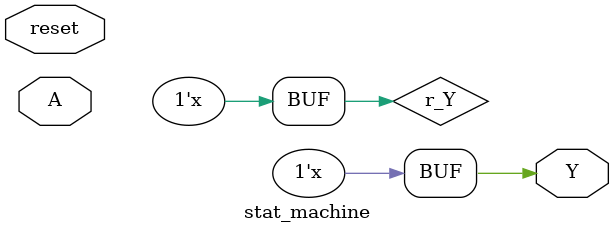
<source format=v>
`timescale 1ns / 1ps
module stat_machine(
	 input reset,
    input A,
    output Y
    );
	 
	 reg r_Y;
	 reg [1:0] S = 2'b00;
	 assign Y = r_Y;
	 always @(reset or A)
	 begin
		if(reset)
		begin
			S = 2'b00;
		end
		else
		begin
			case (S)
				2'b00:
				begin
					if(A)
					begin
						r_Y = 1;
						S = 2'b01;
					end
					else
						begin
						r_Y = 0;
						S = 2'b00;
					end
				end
				
				2'b01:
				begin
					if(A)
					begin
						r_Y = 0;
						S = 2'b10;
					end
					else
					begin
						r_Y = 1;
						S = 2'b01;
					end
				end
				
				2'b10:
				begin
					if(~A)
					begin
						r_Y = 0;
						S = 2'b00;
					end
				end
			endcase	
		end
	 end

endmodule

</source>
